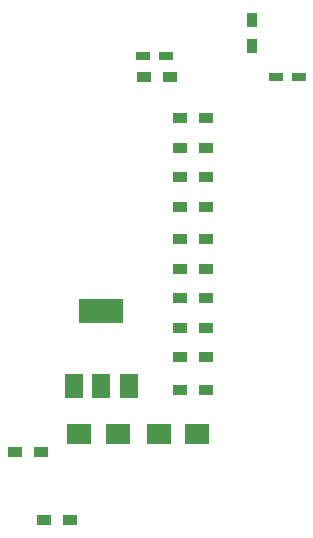
<source format=gtp>
%TF.GenerationSoftware,KiCad,Pcbnew,no-vcs-found-609da9b~60~ubuntu16.04.1*%
%TF.CreationDate,2017-10-16T18:06:58+03:00*%
%TF.ProjectId,orange_pi_zero_node,6F72616E67655F70695F7A65726F5F6E,rev?*%
%TF.SameCoordinates,Original*%
%TF.FileFunction,Paste,Top*%
%TF.FilePolarity,Positive*%
%FSLAX46Y46*%
G04 Gerber Fmt 4.6, Leading zero omitted, Abs format (unit mm)*
G04 Created by KiCad (PCBNEW no-vcs-found-609da9b~60~ubuntu16.04.1) date Mon Oct 16 18:06:58 2017*
%MOMM*%
%LPD*%
G01*
G04 APERTURE LIST*
%ADD10R,2.150000X1.800000*%
%ADD11R,1.200000X0.900000*%
%ADD12R,1.500000X2.000000*%
%ADD13R,3.800000X2.000000*%
%ADD14R,1.200000X0.750000*%
%ADD15R,0.900000X1.200000*%
G04 APERTURE END LIST*
D10*
X136625000Y-89750000D03*
X133375000Y-89750000D03*
X129875000Y-89750000D03*
X126625000Y-89750000D03*
D11*
X137350000Y-86000000D03*
X135150000Y-86000000D03*
X135150000Y-83250000D03*
X137350000Y-83250000D03*
X137350000Y-80750000D03*
X135150000Y-80750000D03*
X135150000Y-78250000D03*
X137350000Y-78250000D03*
X137350000Y-75750000D03*
X135150000Y-75750000D03*
X135150000Y-73250000D03*
X137350000Y-73250000D03*
X137350000Y-70500000D03*
X135150000Y-70500000D03*
X135150000Y-68000000D03*
X137350000Y-68000000D03*
X137350000Y-65500000D03*
X135150000Y-65500000D03*
X135150000Y-63000000D03*
X137350000Y-63000000D03*
D12*
X126200000Y-85650000D03*
X130800000Y-85650000D03*
X128500000Y-85650000D03*
D13*
X128500000Y-79350000D03*
D11*
X123650000Y-97000000D03*
X125850000Y-97000000D03*
X123350000Y-91250000D03*
X121150000Y-91250000D03*
D14*
X143300000Y-59500000D03*
X145200000Y-59500000D03*
D15*
X141250000Y-56850000D03*
X141250000Y-54650000D03*
D14*
X132050000Y-57750000D03*
X133950000Y-57750000D03*
D11*
X134350000Y-59500000D03*
X132150000Y-59500000D03*
M02*

</source>
